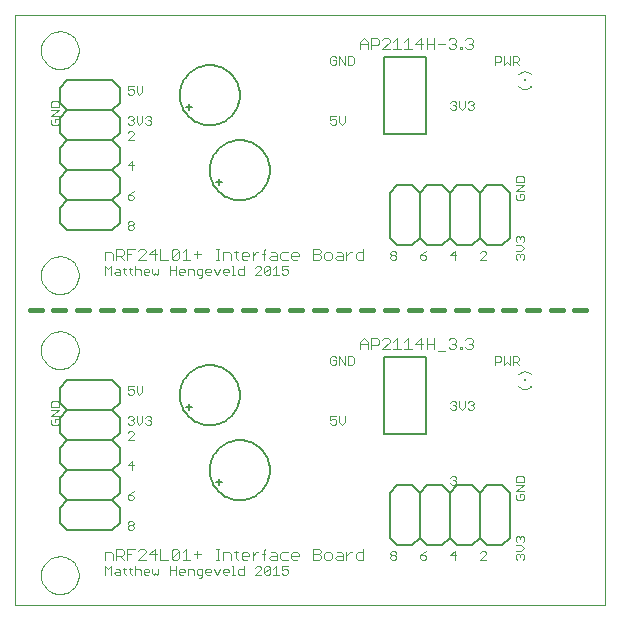
<source format=gto>
G75*
%MOIN*%
%OFA0B0*%
%FSLAX24Y24*%
%IPPOS*%
%LPD*%
%AMOC8*
5,1,8,0,0,1.08239X$1,22.5*
%
%ADD10C,0.0000*%
%ADD11C,0.0160*%
%ADD12C,0.0030*%
%ADD13C,0.0060*%
%ADD14C,0.0080*%
%ADD15C,0.0040*%
%ADD16R,0.0079X0.0079*%
%ADD17R,0.0059X0.0098*%
D10*
X000100Y000100D02*
X000100Y019785D01*
X019785Y019785D01*
X019785Y000100D01*
X000100Y000100D01*
X000970Y001100D02*
X000972Y001150D01*
X000978Y001200D01*
X000988Y001249D01*
X001002Y001297D01*
X001019Y001344D01*
X001040Y001389D01*
X001065Y001433D01*
X001093Y001474D01*
X001125Y001513D01*
X001159Y001550D01*
X001196Y001584D01*
X001236Y001614D01*
X001278Y001641D01*
X001322Y001665D01*
X001368Y001686D01*
X001415Y001702D01*
X001463Y001715D01*
X001513Y001724D01*
X001562Y001729D01*
X001613Y001730D01*
X001663Y001727D01*
X001712Y001720D01*
X001761Y001709D01*
X001809Y001694D01*
X001855Y001676D01*
X001900Y001654D01*
X001943Y001628D01*
X001984Y001599D01*
X002023Y001567D01*
X002059Y001532D01*
X002091Y001494D01*
X002121Y001454D01*
X002148Y001411D01*
X002171Y001367D01*
X002190Y001321D01*
X002206Y001273D01*
X002218Y001224D01*
X002226Y001175D01*
X002230Y001125D01*
X002230Y001075D01*
X002226Y001025D01*
X002218Y000976D01*
X002206Y000927D01*
X002190Y000879D01*
X002171Y000833D01*
X002148Y000789D01*
X002121Y000746D01*
X002091Y000706D01*
X002059Y000668D01*
X002023Y000633D01*
X001984Y000601D01*
X001943Y000572D01*
X001900Y000546D01*
X001855Y000524D01*
X001809Y000506D01*
X001761Y000491D01*
X001712Y000480D01*
X001663Y000473D01*
X001613Y000470D01*
X001562Y000471D01*
X001513Y000476D01*
X001463Y000485D01*
X001415Y000498D01*
X001368Y000514D01*
X001322Y000535D01*
X001278Y000559D01*
X001236Y000586D01*
X001196Y000616D01*
X001159Y000650D01*
X001125Y000687D01*
X001093Y000726D01*
X001065Y000767D01*
X001040Y000811D01*
X001019Y000856D01*
X001002Y000903D01*
X000988Y000951D01*
X000978Y001000D01*
X000972Y001050D01*
X000970Y001100D01*
X000970Y008600D02*
X000972Y008650D01*
X000978Y008700D01*
X000988Y008749D01*
X001002Y008797D01*
X001019Y008844D01*
X001040Y008889D01*
X001065Y008933D01*
X001093Y008974D01*
X001125Y009013D01*
X001159Y009050D01*
X001196Y009084D01*
X001236Y009114D01*
X001278Y009141D01*
X001322Y009165D01*
X001368Y009186D01*
X001415Y009202D01*
X001463Y009215D01*
X001513Y009224D01*
X001562Y009229D01*
X001613Y009230D01*
X001663Y009227D01*
X001712Y009220D01*
X001761Y009209D01*
X001809Y009194D01*
X001855Y009176D01*
X001900Y009154D01*
X001943Y009128D01*
X001984Y009099D01*
X002023Y009067D01*
X002059Y009032D01*
X002091Y008994D01*
X002121Y008954D01*
X002148Y008911D01*
X002171Y008867D01*
X002190Y008821D01*
X002206Y008773D01*
X002218Y008724D01*
X002226Y008675D01*
X002230Y008625D01*
X002230Y008575D01*
X002226Y008525D01*
X002218Y008476D01*
X002206Y008427D01*
X002190Y008379D01*
X002171Y008333D01*
X002148Y008289D01*
X002121Y008246D01*
X002091Y008206D01*
X002059Y008168D01*
X002023Y008133D01*
X001984Y008101D01*
X001943Y008072D01*
X001900Y008046D01*
X001855Y008024D01*
X001809Y008006D01*
X001761Y007991D01*
X001712Y007980D01*
X001663Y007973D01*
X001613Y007970D01*
X001562Y007971D01*
X001513Y007976D01*
X001463Y007985D01*
X001415Y007998D01*
X001368Y008014D01*
X001322Y008035D01*
X001278Y008059D01*
X001236Y008086D01*
X001196Y008116D01*
X001159Y008150D01*
X001125Y008187D01*
X001093Y008226D01*
X001065Y008267D01*
X001040Y008311D01*
X001019Y008356D01*
X001002Y008403D01*
X000988Y008451D01*
X000978Y008500D01*
X000972Y008550D01*
X000970Y008600D01*
X000970Y011100D02*
X000972Y011150D01*
X000978Y011200D01*
X000988Y011249D01*
X001002Y011297D01*
X001019Y011344D01*
X001040Y011389D01*
X001065Y011433D01*
X001093Y011474D01*
X001125Y011513D01*
X001159Y011550D01*
X001196Y011584D01*
X001236Y011614D01*
X001278Y011641D01*
X001322Y011665D01*
X001368Y011686D01*
X001415Y011702D01*
X001463Y011715D01*
X001513Y011724D01*
X001562Y011729D01*
X001613Y011730D01*
X001663Y011727D01*
X001712Y011720D01*
X001761Y011709D01*
X001809Y011694D01*
X001855Y011676D01*
X001900Y011654D01*
X001943Y011628D01*
X001984Y011599D01*
X002023Y011567D01*
X002059Y011532D01*
X002091Y011494D01*
X002121Y011454D01*
X002148Y011411D01*
X002171Y011367D01*
X002190Y011321D01*
X002206Y011273D01*
X002218Y011224D01*
X002226Y011175D01*
X002230Y011125D01*
X002230Y011075D01*
X002226Y011025D01*
X002218Y010976D01*
X002206Y010927D01*
X002190Y010879D01*
X002171Y010833D01*
X002148Y010789D01*
X002121Y010746D01*
X002091Y010706D01*
X002059Y010668D01*
X002023Y010633D01*
X001984Y010601D01*
X001943Y010572D01*
X001900Y010546D01*
X001855Y010524D01*
X001809Y010506D01*
X001761Y010491D01*
X001712Y010480D01*
X001663Y010473D01*
X001613Y010470D01*
X001562Y010471D01*
X001513Y010476D01*
X001463Y010485D01*
X001415Y010498D01*
X001368Y010514D01*
X001322Y010535D01*
X001278Y010559D01*
X001236Y010586D01*
X001196Y010616D01*
X001159Y010650D01*
X001125Y010687D01*
X001093Y010726D01*
X001065Y010767D01*
X001040Y010811D01*
X001019Y010856D01*
X001002Y010903D01*
X000988Y010951D01*
X000978Y011000D01*
X000972Y011050D01*
X000970Y011100D01*
X000970Y018600D02*
X000972Y018650D01*
X000978Y018700D01*
X000988Y018749D01*
X001002Y018797D01*
X001019Y018844D01*
X001040Y018889D01*
X001065Y018933D01*
X001093Y018974D01*
X001125Y019013D01*
X001159Y019050D01*
X001196Y019084D01*
X001236Y019114D01*
X001278Y019141D01*
X001322Y019165D01*
X001368Y019186D01*
X001415Y019202D01*
X001463Y019215D01*
X001513Y019224D01*
X001562Y019229D01*
X001613Y019230D01*
X001663Y019227D01*
X001712Y019220D01*
X001761Y019209D01*
X001809Y019194D01*
X001855Y019176D01*
X001900Y019154D01*
X001943Y019128D01*
X001984Y019099D01*
X002023Y019067D01*
X002059Y019032D01*
X002091Y018994D01*
X002121Y018954D01*
X002148Y018911D01*
X002171Y018867D01*
X002190Y018821D01*
X002206Y018773D01*
X002218Y018724D01*
X002226Y018675D01*
X002230Y018625D01*
X002230Y018575D01*
X002226Y018525D01*
X002218Y018476D01*
X002206Y018427D01*
X002190Y018379D01*
X002171Y018333D01*
X002148Y018289D01*
X002121Y018246D01*
X002091Y018206D01*
X002059Y018168D01*
X002023Y018133D01*
X001984Y018101D01*
X001943Y018072D01*
X001900Y018046D01*
X001855Y018024D01*
X001809Y018006D01*
X001761Y017991D01*
X001712Y017980D01*
X001663Y017973D01*
X001613Y017970D01*
X001562Y017971D01*
X001513Y017976D01*
X001463Y017985D01*
X001415Y017998D01*
X001368Y018014D01*
X001322Y018035D01*
X001278Y018059D01*
X001236Y018086D01*
X001196Y018116D01*
X001159Y018150D01*
X001125Y018187D01*
X001093Y018226D01*
X001065Y018267D01*
X001040Y018311D01*
X001019Y018356D01*
X001002Y018403D01*
X000988Y018451D01*
X000978Y018500D01*
X000972Y018550D01*
X000970Y018600D01*
D11*
X000996Y009943D02*
X000600Y009943D01*
X001389Y009943D02*
X001785Y009943D01*
X002179Y009943D02*
X002574Y009943D01*
X002968Y009943D02*
X003364Y009943D01*
X003757Y009943D02*
X004153Y009943D01*
X004547Y009943D02*
X004942Y009943D01*
X005336Y009943D02*
X005732Y009943D01*
X006125Y009943D02*
X006521Y009943D01*
X006915Y009943D02*
X007310Y009943D01*
X007704Y009943D02*
X008100Y009943D01*
X008493Y009943D02*
X008889Y009943D01*
X009283Y009943D02*
X009678Y009943D01*
X010072Y009943D02*
X010467Y009943D01*
X010861Y009943D02*
X011257Y009943D01*
X011650Y009943D02*
X012046Y009943D01*
X012440Y009943D02*
X012835Y009943D01*
X013229Y009943D02*
X013625Y009943D01*
X014018Y009943D02*
X014414Y009943D01*
X014808Y009943D02*
X015203Y009943D01*
X015597Y009943D02*
X015993Y009943D01*
X016386Y009943D02*
X016782Y009943D01*
X017176Y009943D02*
X017571Y009943D01*
X017965Y009943D02*
X018361Y009943D01*
X018754Y009943D02*
X019150Y009943D01*
D12*
X017085Y011663D02*
X017037Y011615D01*
X017085Y011663D02*
X017085Y011760D01*
X017037Y011808D01*
X016988Y011808D01*
X016940Y011760D01*
X016940Y011712D01*
X016940Y011760D02*
X016892Y011808D01*
X016843Y011808D01*
X016795Y011760D01*
X016795Y011663D01*
X016843Y011615D01*
X016795Y011910D02*
X016988Y011910D01*
X017085Y012006D01*
X016988Y012103D01*
X016795Y012103D01*
X016843Y012204D02*
X016795Y012253D01*
X016795Y012349D01*
X016843Y012398D01*
X016892Y012398D01*
X016940Y012349D01*
X016988Y012398D01*
X017037Y012398D01*
X017085Y012349D01*
X017085Y012253D01*
X017037Y012204D01*
X016940Y012301D02*
X016940Y012349D01*
X015808Y011857D02*
X015760Y011905D01*
X015663Y011905D01*
X015615Y011857D01*
X015808Y011857D02*
X015808Y011808D01*
X015615Y011615D01*
X015808Y011615D01*
X014808Y011760D02*
X014615Y011760D01*
X014760Y011905D01*
X014760Y011615D01*
X013808Y011663D02*
X013808Y011712D01*
X013760Y011760D01*
X013615Y011760D01*
X013615Y011663D01*
X013663Y011615D01*
X013760Y011615D01*
X013808Y011663D01*
X013712Y011857D02*
X013615Y011760D01*
X013712Y011857D02*
X013808Y011905D01*
X012808Y011857D02*
X012808Y011808D01*
X012760Y011760D01*
X012663Y011760D01*
X012615Y011808D01*
X012615Y011857D01*
X012663Y011905D01*
X012760Y011905D01*
X012808Y011857D01*
X012760Y011760D02*
X012808Y011712D01*
X012808Y011663D01*
X012760Y011615D01*
X012663Y011615D01*
X012615Y011663D01*
X012615Y011712D01*
X012663Y011760D01*
X011710Y011862D02*
X011525Y011862D01*
X011463Y011800D01*
X011463Y011677D01*
X011525Y011615D01*
X011710Y011615D01*
X011710Y011985D01*
X011342Y011862D02*
X011280Y011862D01*
X011157Y011738D01*
X011035Y011738D02*
X010850Y011738D01*
X010788Y011677D01*
X010850Y011615D01*
X011035Y011615D01*
X011035Y011800D01*
X010973Y011862D01*
X010850Y011862D01*
X010667Y011800D02*
X010667Y011677D01*
X010605Y011615D01*
X010482Y011615D01*
X010420Y011677D01*
X010420Y011800D01*
X010482Y011862D01*
X010605Y011862D01*
X010667Y011800D01*
X010298Y011738D02*
X010298Y011677D01*
X010237Y011615D01*
X010052Y011615D01*
X010052Y011985D01*
X010237Y011985D01*
X010298Y011924D01*
X010298Y011862D01*
X010237Y011800D01*
X010052Y011800D01*
X010237Y011800D02*
X010298Y011738D01*
X009562Y011738D02*
X009315Y011738D01*
X009315Y011677D02*
X009315Y011800D01*
X009377Y011862D01*
X009500Y011862D01*
X009562Y011800D01*
X009562Y011738D01*
X009500Y011615D02*
X009377Y011615D01*
X009315Y011677D01*
X009194Y011615D02*
X009008Y011615D01*
X008947Y011677D01*
X008947Y011800D01*
X009008Y011862D01*
X009194Y011862D01*
X008825Y011800D02*
X008825Y011615D01*
X008640Y011615D01*
X008578Y011677D01*
X008640Y011738D01*
X008825Y011738D01*
X008825Y011800D02*
X008763Y011862D01*
X008640Y011862D01*
X008456Y011800D02*
X008333Y011800D01*
X008211Y011862D02*
X008149Y011862D01*
X008026Y011738D01*
X007904Y011738D02*
X007658Y011738D01*
X007658Y011677D02*
X007658Y011800D01*
X007719Y011862D01*
X007843Y011862D01*
X007904Y011800D01*
X007904Y011738D01*
X007843Y011615D02*
X007719Y011615D01*
X007658Y011677D01*
X007535Y011615D02*
X007474Y011677D01*
X007474Y011924D01*
X007535Y011862D02*
X007412Y011862D01*
X007291Y011800D02*
X007291Y011615D01*
X007291Y011800D02*
X007229Y011862D01*
X007044Y011862D01*
X007044Y011615D01*
X006922Y011615D02*
X006798Y011615D01*
X006860Y011615D02*
X006860Y011985D01*
X006798Y011985D02*
X006922Y011985D01*
X006308Y011800D02*
X006062Y011800D01*
X006185Y011677D02*
X006185Y011924D01*
X005817Y011985D02*
X005817Y011615D01*
X005940Y011615D02*
X005693Y011615D01*
X005572Y011677D02*
X005510Y011615D01*
X005387Y011615D01*
X005325Y011677D01*
X005572Y011924D01*
X005572Y011677D01*
X005693Y011862D02*
X005817Y011985D01*
X005572Y011924D02*
X005510Y011985D01*
X005387Y011985D01*
X005325Y011924D01*
X005325Y011677D01*
X005203Y011615D02*
X004957Y011615D01*
X004957Y011985D01*
X004773Y011985D02*
X004588Y011800D01*
X004835Y011800D01*
X004773Y011615D02*
X004773Y011985D01*
X004467Y011924D02*
X004405Y011985D01*
X004282Y011985D01*
X004220Y011924D01*
X004099Y011985D02*
X003852Y011985D01*
X003852Y011615D01*
X003730Y011615D02*
X003607Y011738D01*
X003668Y011738D02*
X003483Y011738D01*
X003483Y011615D02*
X003483Y011985D01*
X003668Y011985D01*
X003730Y011924D01*
X003730Y011800D01*
X003668Y011738D01*
X003852Y011800D02*
X003975Y011800D01*
X004220Y011615D02*
X004467Y011862D01*
X004467Y011924D01*
X004467Y011615D02*
X004220Y011615D01*
X004097Y011405D02*
X004097Y011115D01*
X003997Y011115D02*
X003949Y011163D01*
X003949Y011357D01*
X003901Y011308D02*
X003997Y011308D01*
X004097Y011260D02*
X004146Y011308D01*
X004242Y011308D01*
X004291Y011260D01*
X004291Y011115D01*
X004392Y011163D02*
X004392Y011260D01*
X004440Y011308D01*
X004537Y011308D01*
X004585Y011260D01*
X004585Y011212D01*
X004392Y011212D01*
X004392Y011163D02*
X004440Y011115D01*
X004537Y011115D01*
X004686Y011163D02*
X004735Y011115D01*
X004783Y011163D01*
X004832Y011115D01*
X004880Y011163D01*
X004880Y011308D01*
X004686Y011308D02*
X004686Y011163D01*
X005276Y011115D02*
X005276Y011405D01*
X005276Y011260D02*
X005469Y011260D01*
X005570Y011260D02*
X005619Y011308D01*
X005716Y011308D01*
X005764Y011260D01*
X005764Y011212D01*
X005570Y011212D01*
X005570Y011260D02*
X005570Y011163D01*
X005619Y011115D01*
X005716Y011115D01*
X005865Y011115D02*
X005865Y011308D01*
X006010Y011308D01*
X006059Y011260D01*
X006059Y011115D01*
X006160Y011163D02*
X006208Y011115D01*
X006353Y011115D01*
X006353Y011067D02*
X006353Y011308D01*
X006208Y011308D01*
X006160Y011260D01*
X006160Y011163D01*
X006256Y011018D02*
X006305Y011018D01*
X006353Y011067D01*
X006454Y011163D02*
X006454Y011260D01*
X006503Y011308D01*
X006600Y011308D01*
X006648Y011260D01*
X006648Y011212D01*
X006454Y011212D01*
X006454Y011163D02*
X006503Y011115D01*
X006600Y011115D01*
X006749Y011308D02*
X006846Y011115D01*
X006943Y011308D01*
X007044Y011260D02*
X007092Y011308D01*
X007189Y011308D01*
X007237Y011260D01*
X007237Y011212D01*
X007044Y011212D01*
X007044Y011260D02*
X007044Y011163D01*
X007092Y011115D01*
X007189Y011115D01*
X007338Y011115D02*
X007435Y011115D01*
X007387Y011115D02*
X007387Y011405D01*
X007338Y011405D01*
X007535Y011260D02*
X007583Y011308D01*
X007728Y011308D01*
X007728Y011405D02*
X007728Y011115D01*
X007583Y011115D01*
X007535Y011163D01*
X007535Y011260D01*
X008124Y011357D02*
X008172Y011405D01*
X008269Y011405D01*
X008318Y011357D01*
X008318Y011308D01*
X008124Y011115D01*
X008318Y011115D01*
X008419Y011163D02*
X008612Y011357D01*
X008612Y011163D01*
X008564Y011115D01*
X008467Y011115D01*
X008419Y011163D01*
X008419Y011357D01*
X008467Y011405D01*
X008564Y011405D01*
X008612Y011357D01*
X008713Y011308D02*
X008810Y011405D01*
X008810Y011115D01*
X008713Y011115D02*
X008907Y011115D01*
X009008Y011163D02*
X009056Y011115D01*
X009153Y011115D01*
X009202Y011163D01*
X009202Y011260D01*
X009153Y011308D01*
X009105Y011308D01*
X009008Y011260D01*
X009008Y011405D01*
X009202Y011405D01*
X008395Y011615D02*
X008395Y011924D01*
X008456Y011985D01*
X008026Y011862D02*
X008026Y011615D01*
X005469Y011405D02*
X005469Y011115D01*
X003801Y011115D02*
X003753Y011163D01*
X003753Y011357D01*
X003801Y011308D02*
X003704Y011308D01*
X003603Y011260D02*
X003603Y011115D01*
X003458Y011115D01*
X003410Y011163D01*
X003458Y011212D01*
X003603Y011212D01*
X003603Y011260D02*
X003555Y011308D01*
X003458Y011308D01*
X003308Y011405D02*
X003308Y011115D01*
X003115Y011115D02*
X003115Y011405D01*
X003212Y011308D01*
X003308Y011405D01*
X003362Y011615D02*
X003362Y011800D01*
X003300Y011862D01*
X003115Y011862D01*
X003115Y011615D01*
X003913Y012615D02*
X003865Y012663D01*
X003865Y012712D01*
X003913Y012760D01*
X004010Y012760D01*
X004058Y012712D01*
X004058Y012663D01*
X004010Y012615D01*
X003913Y012615D01*
X003913Y012760D02*
X003865Y012808D01*
X003865Y012857D01*
X003913Y012905D01*
X004010Y012905D01*
X004058Y012857D01*
X004058Y012808D01*
X004010Y012760D01*
X004010Y013615D02*
X003913Y013615D01*
X003865Y013663D01*
X003865Y013760D01*
X004010Y013760D01*
X004058Y013712D01*
X004058Y013663D01*
X004010Y013615D01*
X003865Y013760D02*
X003962Y013857D01*
X004058Y013905D01*
X004010Y014615D02*
X004010Y014905D01*
X003865Y014760D01*
X004058Y014760D01*
X004058Y015615D02*
X003865Y015615D01*
X004058Y015808D01*
X004058Y015857D01*
X004010Y015905D01*
X003913Y015905D01*
X003865Y015857D01*
X003913Y016115D02*
X003865Y016163D01*
X003913Y016115D02*
X004010Y016115D01*
X004058Y016163D01*
X004058Y016212D01*
X004010Y016260D01*
X003962Y016260D01*
X004010Y016260D02*
X004058Y016308D01*
X004058Y016357D01*
X004010Y016405D01*
X003913Y016405D01*
X003865Y016357D01*
X004160Y016405D02*
X004160Y016212D01*
X004256Y016115D01*
X004353Y016212D01*
X004353Y016405D01*
X004454Y016357D02*
X004503Y016405D01*
X004599Y016405D01*
X004648Y016357D01*
X004648Y016308D01*
X004599Y016260D01*
X004648Y016212D01*
X004648Y016163D01*
X004599Y016115D01*
X004503Y016115D01*
X004454Y016163D01*
X004551Y016260D02*
X004599Y016260D01*
X004256Y017115D02*
X004160Y017212D01*
X004160Y017405D01*
X004058Y017405D02*
X003865Y017405D01*
X003865Y017260D01*
X003962Y017308D01*
X004010Y017308D01*
X004058Y017260D01*
X004058Y017163D01*
X004010Y017115D01*
X003913Y017115D01*
X003865Y017163D01*
X004256Y017115D02*
X004353Y017212D01*
X004353Y017405D01*
X001585Y016849D02*
X001537Y016898D01*
X001343Y016898D01*
X001295Y016849D01*
X001295Y016704D01*
X001585Y016704D01*
X001585Y016849D01*
X001585Y016603D02*
X001295Y016603D01*
X001295Y016410D02*
X001585Y016603D01*
X001585Y016410D02*
X001295Y016410D01*
X001343Y016308D02*
X001295Y016260D01*
X001295Y016163D01*
X001343Y016115D01*
X001537Y016115D01*
X001585Y016163D01*
X001585Y016260D01*
X001537Y016308D01*
X001440Y016308D01*
X001440Y016212D01*
X003865Y007405D02*
X003865Y007260D01*
X003962Y007308D01*
X004010Y007308D01*
X004058Y007260D01*
X004058Y007163D01*
X004010Y007115D01*
X003913Y007115D01*
X003865Y007163D01*
X003865Y007405D02*
X004058Y007405D01*
X004160Y007405D02*
X004160Y007212D01*
X004256Y007115D01*
X004353Y007212D01*
X004353Y007405D01*
X004353Y006405D02*
X004353Y006212D01*
X004256Y006115D01*
X004160Y006212D01*
X004160Y006405D01*
X004058Y006357D02*
X004010Y006405D01*
X003913Y006405D01*
X003865Y006357D01*
X003962Y006260D02*
X004010Y006260D01*
X004058Y006212D01*
X004058Y006163D01*
X004010Y006115D01*
X003913Y006115D01*
X003865Y006163D01*
X004010Y006260D02*
X004058Y006308D01*
X004058Y006357D01*
X004454Y006357D02*
X004503Y006405D01*
X004599Y006405D01*
X004648Y006357D01*
X004648Y006308D01*
X004599Y006260D01*
X004648Y006212D01*
X004648Y006163D01*
X004599Y006115D01*
X004503Y006115D01*
X004454Y006163D01*
X004551Y006260D02*
X004599Y006260D01*
X004058Y005857D02*
X004010Y005905D01*
X003913Y005905D01*
X003865Y005857D01*
X004058Y005857D02*
X004058Y005808D01*
X003865Y005615D01*
X004058Y005615D01*
X004010Y004905D02*
X003865Y004760D01*
X004058Y004760D01*
X004010Y004615D02*
X004010Y004905D01*
X004058Y003905D02*
X003962Y003857D01*
X003865Y003760D01*
X004010Y003760D01*
X004058Y003712D01*
X004058Y003663D01*
X004010Y003615D01*
X003913Y003615D01*
X003865Y003663D01*
X003865Y003760D01*
X003913Y002905D02*
X004010Y002905D01*
X004058Y002857D01*
X004058Y002808D01*
X004010Y002760D01*
X003913Y002760D01*
X003865Y002808D01*
X003865Y002857D01*
X003913Y002905D01*
X003913Y002760D02*
X003865Y002712D01*
X003865Y002663D01*
X003913Y002615D01*
X004010Y002615D01*
X004058Y002663D01*
X004058Y002712D01*
X004010Y002760D01*
X004099Y001985D02*
X003852Y001985D01*
X003852Y001615D01*
X003730Y001615D02*
X003607Y001738D01*
X003668Y001738D02*
X003483Y001738D01*
X003483Y001615D02*
X003483Y001985D01*
X003668Y001985D01*
X003730Y001924D01*
X003730Y001800D01*
X003668Y001738D01*
X003852Y001800D02*
X003975Y001800D01*
X004220Y001924D02*
X004282Y001985D01*
X004405Y001985D01*
X004467Y001924D01*
X004467Y001862D01*
X004220Y001615D01*
X004467Y001615D01*
X004588Y001800D02*
X004835Y001800D01*
X004773Y001615D02*
X004773Y001985D01*
X004588Y001800D01*
X004957Y001615D02*
X005203Y001615D01*
X005325Y001677D02*
X005572Y001924D01*
X005572Y001677D01*
X005510Y001615D01*
X005387Y001615D01*
X005325Y001677D01*
X005325Y001924D01*
X005387Y001985D01*
X005510Y001985D01*
X005572Y001924D01*
X005693Y001862D02*
X005817Y001985D01*
X005817Y001615D01*
X005940Y001615D02*
X005693Y001615D01*
X005469Y001405D02*
X005469Y001115D01*
X005570Y001163D02*
X005570Y001260D01*
X005619Y001308D01*
X005716Y001308D01*
X005764Y001260D01*
X005764Y001212D01*
X005570Y001212D01*
X005570Y001163D02*
X005619Y001115D01*
X005716Y001115D01*
X005865Y001115D02*
X005865Y001308D01*
X006010Y001308D01*
X006059Y001260D01*
X006059Y001115D01*
X006160Y001163D02*
X006208Y001115D01*
X006353Y001115D01*
X006353Y001067D02*
X006353Y001308D01*
X006208Y001308D01*
X006160Y001260D01*
X006160Y001163D01*
X006256Y001018D02*
X006305Y001018D01*
X006353Y001067D01*
X006454Y001163D02*
X006454Y001260D01*
X006503Y001308D01*
X006600Y001308D01*
X006648Y001260D01*
X006648Y001212D01*
X006454Y001212D01*
X006454Y001163D02*
X006503Y001115D01*
X006600Y001115D01*
X006749Y001308D02*
X006846Y001115D01*
X006943Y001308D01*
X007044Y001260D02*
X007044Y001163D01*
X007092Y001115D01*
X007189Y001115D01*
X007237Y001212D02*
X007044Y001212D01*
X007044Y001260D02*
X007092Y001308D01*
X007189Y001308D01*
X007237Y001260D01*
X007237Y001212D01*
X007338Y001115D02*
X007435Y001115D01*
X007387Y001115D02*
X007387Y001405D01*
X007338Y001405D01*
X007291Y001615D02*
X007291Y001800D01*
X007229Y001862D01*
X007044Y001862D01*
X007044Y001615D01*
X006922Y001615D02*
X006798Y001615D01*
X006860Y001615D02*
X006860Y001985D01*
X006798Y001985D02*
X006922Y001985D01*
X007412Y001862D02*
X007535Y001862D01*
X007474Y001924D02*
X007474Y001677D01*
X007535Y001615D01*
X007658Y001677D02*
X007658Y001800D01*
X007719Y001862D01*
X007843Y001862D01*
X007904Y001800D01*
X007904Y001738D01*
X007658Y001738D01*
X007658Y001677D02*
X007719Y001615D01*
X007843Y001615D01*
X008026Y001615D02*
X008026Y001862D01*
X008149Y001862D02*
X008211Y001862D01*
X008149Y001862D02*
X008026Y001738D01*
X008333Y001800D02*
X008456Y001800D01*
X008395Y001924D02*
X008456Y001985D01*
X008395Y001924D02*
X008395Y001615D01*
X008578Y001677D02*
X008640Y001738D01*
X008825Y001738D01*
X008825Y001800D02*
X008825Y001615D01*
X008640Y001615D01*
X008578Y001677D01*
X008640Y001862D02*
X008763Y001862D01*
X008825Y001800D01*
X008947Y001800D02*
X008947Y001677D01*
X009008Y001615D01*
X009194Y001615D01*
X009315Y001677D02*
X009315Y001800D01*
X009377Y001862D01*
X009500Y001862D01*
X009562Y001800D01*
X009562Y001738D01*
X009315Y001738D01*
X009315Y001677D02*
X009377Y001615D01*
X009500Y001615D01*
X009202Y001405D02*
X009008Y001405D01*
X009008Y001260D01*
X009105Y001308D01*
X009153Y001308D01*
X009202Y001260D01*
X009202Y001163D01*
X009153Y001115D01*
X009056Y001115D01*
X009008Y001163D01*
X008907Y001115D02*
X008713Y001115D01*
X008810Y001115D02*
X008810Y001405D01*
X008713Y001308D01*
X008612Y001357D02*
X008419Y001163D01*
X008467Y001115D01*
X008564Y001115D01*
X008612Y001163D01*
X008612Y001357D01*
X008564Y001405D01*
X008467Y001405D01*
X008419Y001357D01*
X008419Y001163D01*
X008318Y001115D02*
X008124Y001115D01*
X008318Y001308D01*
X008318Y001357D01*
X008269Y001405D01*
X008172Y001405D01*
X008124Y001357D01*
X007728Y001405D02*
X007728Y001115D01*
X007583Y001115D01*
X007535Y001163D01*
X007535Y001260D01*
X007583Y001308D01*
X007728Y001308D01*
X008947Y001800D02*
X009008Y001862D01*
X009194Y001862D01*
X010052Y001800D02*
X010237Y001800D01*
X010298Y001738D01*
X010298Y001677D01*
X010237Y001615D01*
X010052Y001615D01*
X010052Y001985D01*
X010237Y001985D01*
X010298Y001924D01*
X010298Y001862D01*
X010237Y001800D01*
X010420Y001800D02*
X010420Y001677D01*
X010482Y001615D01*
X010605Y001615D01*
X010667Y001677D01*
X010667Y001800D01*
X010605Y001862D01*
X010482Y001862D01*
X010420Y001800D01*
X010788Y001677D02*
X010850Y001738D01*
X011035Y001738D01*
X011035Y001800D02*
X011035Y001615D01*
X010850Y001615D01*
X010788Y001677D01*
X010850Y001862D02*
X010973Y001862D01*
X011035Y001800D01*
X011157Y001738D02*
X011280Y001862D01*
X011342Y001862D01*
X011463Y001800D02*
X011525Y001862D01*
X011710Y001862D01*
X011710Y001985D02*
X011710Y001615D01*
X011525Y001615D01*
X011463Y001677D01*
X011463Y001800D01*
X011157Y001862D02*
X011157Y001615D01*
X012615Y001663D02*
X012615Y001712D01*
X012663Y001760D01*
X012760Y001760D01*
X012808Y001712D01*
X012808Y001663D01*
X012760Y001615D01*
X012663Y001615D01*
X012615Y001663D01*
X012663Y001760D02*
X012615Y001808D01*
X012615Y001857D01*
X012663Y001905D01*
X012760Y001905D01*
X012808Y001857D01*
X012808Y001808D01*
X012760Y001760D01*
X013615Y001760D02*
X013760Y001760D01*
X013808Y001712D01*
X013808Y001663D01*
X013760Y001615D01*
X013663Y001615D01*
X013615Y001663D01*
X013615Y001760D01*
X013712Y001857D01*
X013808Y001905D01*
X014615Y001760D02*
X014808Y001760D01*
X014760Y001615D02*
X014760Y001905D01*
X014615Y001760D01*
X015615Y001857D02*
X015663Y001905D01*
X015760Y001905D01*
X015808Y001857D01*
X015808Y001808D01*
X015615Y001615D01*
X015808Y001615D01*
X016795Y001663D02*
X016795Y001760D01*
X016843Y001808D01*
X016892Y001808D01*
X016940Y001760D01*
X016988Y001808D01*
X017037Y001808D01*
X017085Y001760D01*
X017085Y001663D01*
X017037Y001615D01*
X016940Y001712D02*
X016940Y001760D01*
X016988Y001910D02*
X016795Y001910D01*
X016795Y002103D02*
X016988Y002103D01*
X017085Y002006D01*
X016988Y001910D01*
X016795Y001663D02*
X016843Y001615D01*
X016843Y002204D02*
X016795Y002253D01*
X016795Y002349D01*
X016843Y002398D01*
X016892Y002398D01*
X016940Y002349D01*
X016988Y002398D01*
X017037Y002398D01*
X017085Y002349D01*
X017085Y002253D01*
X017037Y002204D01*
X016940Y002301D02*
X016940Y002349D01*
X016843Y003615D02*
X017037Y003615D01*
X017085Y003663D01*
X017085Y003760D01*
X017037Y003808D01*
X016940Y003808D01*
X016940Y003712D01*
X016843Y003808D02*
X016795Y003760D01*
X016795Y003663D01*
X016843Y003615D01*
X016795Y003910D02*
X017085Y004103D01*
X016795Y004103D01*
X016795Y004204D02*
X016795Y004349D01*
X016843Y004398D01*
X017037Y004398D01*
X017085Y004349D01*
X017085Y004204D01*
X016795Y004204D01*
X016795Y003910D02*
X017085Y003910D01*
X014808Y004163D02*
X014760Y004115D01*
X014663Y004115D01*
X014615Y004163D01*
X014712Y004260D02*
X014760Y004260D01*
X014808Y004212D01*
X014808Y004163D01*
X014760Y004260D02*
X014808Y004308D01*
X014808Y004357D01*
X014760Y004405D01*
X014663Y004405D01*
X014615Y004357D01*
X014663Y006615D02*
X014615Y006663D01*
X014663Y006615D02*
X014760Y006615D01*
X014808Y006663D01*
X014808Y006712D01*
X014760Y006760D01*
X014712Y006760D01*
X014760Y006760D02*
X014808Y006808D01*
X014808Y006857D01*
X014760Y006905D01*
X014663Y006905D01*
X014615Y006857D01*
X014910Y006905D02*
X014910Y006712D01*
X015006Y006615D01*
X015103Y006712D01*
X015103Y006905D01*
X015204Y006857D02*
X015253Y006905D01*
X015349Y006905D01*
X015398Y006857D01*
X015398Y006808D01*
X015349Y006760D01*
X015398Y006712D01*
X015398Y006663D01*
X015349Y006615D01*
X015253Y006615D01*
X015204Y006663D01*
X015301Y006760D02*
X015349Y006760D01*
X016115Y008115D02*
X016115Y008405D01*
X016260Y008405D01*
X016308Y008357D01*
X016308Y008260D01*
X016260Y008212D01*
X016115Y008212D01*
X016410Y008115D02*
X016506Y008212D01*
X016603Y008115D01*
X016603Y008405D01*
X016704Y008405D02*
X016849Y008405D01*
X016898Y008357D01*
X016898Y008260D01*
X016849Y008212D01*
X016704Y008212D01*
X016704Y008115D02*
X016704Y008405D01*
X016801Y008212D02*
X016898Y008115D01*
X016410Y008115D02*
X016410Y008405D01*
X015361Y008697D02*
X015299Y008635D01*
X015176Y008635D01*
X015114Y008697D01*
X014992Y008697D02*
X014992Y008635D01*
X014930Y008635D01*
X014930Y008697D01*
X014992Y008697D01*
X014808Y008697D02*
X014808Y008758D01*
X014747Y008820D01*
X014685Y008820D01*
X014747Y008820D02*
X014808Y008882D01*
X014808Y008944D01*
X014747Y009005D01*
X014623Y009005D01*
X014562Y008944D01*
X014562Y008697D02*
X014623Y008635D01*
X014747Y008635D01*
X014808Y008697D01*
X014440Y008573D02*
X014193Y008573D01*
X014072Y008635D02*
X014072Y009005D01*
X014072Y008820D02*
X013825Y008820D01*
X013703Y008820D02*
X013457Y008820D01*
X013642Y009005D01*
X013642Y008635D01*
X013825Y008635D02*
X013825Y009005D01*
X013335Y008635D02*
X013088Y008635D01*
X012967Y008635D02*
X012720Y008635D01*
X012599Y008635D02*
X012352Y008635D01*
X012599Y008882D01*
X012599Y008944D01*
X012537Y009005D01*
X012413Y009005D01*
X012352Y008944D01*
X012230Y008944D02*
X012168Y009005D01*
X011983Y009005D01*
X011983Y008635D01*
X011862Y008635D02*
X011862Y008882D01*
X011738Y009005D01*
X011615Y008882D01*
X011615Y008635D01*
X011615Y008820D02*
X011862Y008820D01*
X011983Y008758D02*
X012168Y008758D01*
X012230Y008820D01*
X012230Y008944D01*
X012720Y008882D02*
X012843Y009005D01*
X012843Y008635D01*
X013088Y008882D02*
X013212Y009005D01*
X013212Y008635D01*
X011398Y008357D02*
X011398Y008163D01*
X011349Y008115D01*
X011204Y008115D01*
X011204Y008405D01*
X011349Y008405D01*
X011398Y008357D01*
X011103Y008405D02*
X011103Y008115D01*
X010910Y008405D01*
X010910Y008115D01*
X010808Y008163D02*
X010760Y008115D01*
X010663Y008115D01*
X010615Y008163D01*
X010615Y008357D01*
X010663Y008405D01*
X010760Y008405D01*
X010808Y008357D01*
X010808Y008260D02*
X010712Y008260D01*
X010808Y008260D02*
X010808Y008163D01*
X010808Y006405D02*
X010615Y006405D01*
X010615Y006260D01*
X010712Y006308D01*
X010760Y006308D01*
X010808Y006260D01*
X010808Y006163D01*
X010760Y006115D01*
X010663Y006115D01*
X010615Y006163D01*
X010910Y006212D02*
X011006Y006115D01*
X011103Y006212D01*
X011103Y006405D01*
X010910Y006405D02*
X010910Y006212D01*
X015114Y008944D02*
X015176Y009005D01*
X015299Y009005D01*
X015361Y008944D01*
X015361Y008882D01*
X015299Y008820D01*
X015361Y008758D01*
X015361Y008697D01*
X015299Y008820D02*
X015237Y008820D01*
X011157Y011615D02*
X011157Y011862D01*
X011006Y016115D02*
X010910Y016212D01*
X010910Y016405D01*
X010808Y016405D02*
X010615Y016405D01*
X010615Y016260D01*
X010712Y016308D01*
X010760Y016308D01*
X010808Y016260D01*
X010808Y016163D01*
X010760Y016115D01*
X010663Y016115D01*
X010615Y016163D01*
X011006Y016115D02*
X011103Y016212D01*
X011103Y016405D01*
X011103Y018115D02*
X011103Y018405D01*
X011204Y018405D02*
X011204Y018115D01*
X011349Y018115D01*
X011398Y018163D01*
X011398Y018357D01*
X011349Y018405D01*
X011204Y018405D01*
X010910Y018405D02*
X011103Y018115D01*
X010910Y018115D02*
X010910Y018405D01*
X010808Y018357D02*
X010760Y018405D01*
X010663Y018405D01*
X010615Y018357D01*
X010615Y018163D01*
X010663Y018115D01*
X010760Y018115D01*
X010808Y018163D01*
X010808Y018260D01*
X010712Y018260D01*
X011615Y018635D02*
X011615Y018882D01*
X011738Y019005D01*
X011862Y018882D01*
X011862Y018635D01*
X011983Y018635D02*
X011983Y019005D01*
X012168Y019005D01*
X012230Y018944D01*
X012230Y018820D01*
X012168Y018758D01*
X011983Y018758D01*
X011862Y018820D02*
X011615Y018820D01*
X012352Y018944D02*
X012413Y019005D01*
X012537Y019005D01*
X012599Y018944D01*
X012599Y018882D01*
X012352Y018635D01*
X012599Y018635D01*
X012720Y018635D02*
X012967Y018635D01*
X013088Y018635D02*
X013335Y018635D01*
X013212Y018635D02*
X013212Y019005D01*
X013088Y018882D01*
X012843Y019005D02*
X012843Y018635D01*
X012720Y018882D02*
X012843Y019005D01*
X013457Y018820D02*
X013703Y018820D01*
X013825Y018820D02*
X014072Y018820D01*
X014193Y018820D02*
X014440Y018820D01*
X014562Y018697D02*
X014623Y018635D01*
X014747Y018635D01*
X014808Y018697D01*
X014808Y018758D01*
X014747Y018820D01*
X014685Y018820D01*
X014747Y018820D02*
X014808Y018882D01*
X014808Y018944D01*
X014747Y019005D01*
X014623Y019005D01*
X014562Y018944D01*
X014930Y018697D02*
X014930Y018635D01*
X014992Y018635D01*
X014992Y018697D01*
X014930Y018697D01*
X015114Y018697D02*
X015176Y018635D01*
X015299Y018635D01*
X015361Y018697D01*
X015361Y018758D01*
X015299Y018820D01*
X015237Y018820D01*
X015299Y018820D02*
X015361Y018882D01*
X015361Y018944D01*
X015299Y019005D01*
X015176Y019005D01*
X015114Y018944D01*
X016115Y018405D02*
X016115Y018115D01*
X016115Y018212D02*
X016260Y018212D01*
X016308Y018260D01*
X016308Y018357D01*
X016260Y018405D01*
X016115Y018405D01*
X016410Y018405D02*
X016410Y018115D01*
X016506Y018212D01*
X016603Y018115D01*
X016603Y018405D01*
X016704Y018405D02*
X016704Y018115D01*
X016704Y018212D02*
X016849Y018212D01*
X016898Y018260D01*
X016898Y018357D01*
X016849Y018405D01*
X016704Y018405D01*
X016801Y018212D02*
X016898Y018115D01*
X015398Y016857D02*
X015398Y016808D01*
X015349Y016760D01*
X015398Y016712D01*
X015398Y016663D01*
X015349Y016615D01*
X015253Y016615D01*
X015204Y016663D01*
X015103Y016712D02*
X015103Y016905D01*
X015204Y016857D02*
X015253Y016905D01*
X015349Y016905D01*
X015398Y016857D01*
X015349Y016760D02*
X015301Y016760D01*
X015103Y016712D02*
X015006Y016615D01*
X014910Y016712D01*
X014910Y016905D01*
X014808Y016857D02*
X014760Y016905D01*
X014663Y016905D01*
X014615Y016857D01*
X014712Y016760D02*
X014760Y016760D01*
X014808Y016712D01*
X014808Y016663D01*
X014760Y016615D01*
X014663Y016615D01*
X014615Y016663D01*
X014760Y016760D02*
X014808Y016808D01*
X014808Y016857D01*
X014072Y018635D02*
X014072Y019005D01*
X013825Y019005D02*
X013825Y018635D01*
X013642Y018635D02*
X013642Y019005D01*
X013457Y018820D01*
X016843Y014398D02*
X016795Y014349D01*
X016795Y014204D01*
X017085Y014204D01*
X017085Y014349D01*
X017037Y014398D01*
X016843Y014398D01*
X016795Y014103D02*
X017085Y014103D01*
X016795Y013910D01*
X017085Y013910D01*
X017037Y013808D02*
X016940Y013808D01*
X016940Y013712D01*
X017037Y013808D02*
X017085Y013760D01*
X017085Y013663D01*
X017037Y013615D01*
X016843Y013615D01*
X016795Y013663D01*
X016795Y013760D01*
X016843Y013808D01*
X006185Y001924D02*
X006185Y001677D01*
X006062Y001800D02*
X006308Y001800D01*
X005469Y001260D02*
X005276Y001260D01*
X005276Y001115D02*
X005276Y001405D01*
X004957Y001615D02*
X004957Y001985D01*
X004880Y001308D02*
X004880Y001163D01*
X004832Y001115D01*
X004783Y001163D01*
X004735Y001115D01*
X004686Y001163D01*
X004686Y001308D01*
X004585Y001260D02*
X004585Y001212D01*
X004392Y001212D01*
X004392Y001260D02*
X004440Y001308D01*
X004537Y001308D01*
X004585Y001260D01*
X004537Y001115D02*
X004440Y001115D01*
X004392Y001163D01*
X004392Y001260D01*
X004291Y001260D02*
X004291Y001115D01*
X004291Y001260D02*
X004242Y001308D01*
X004146Y001308D01*
X004097Y001260D01*
X003997Y001308D02*
X003901Y001308D01*
X003949Y001357D02*
X003949Y001163D01*
X003997Y001115D01*
X004097Y001115D02*
X004097Y001405D01*
X003801Y001308D02*
X003704Y001308D01*
X003753Y001357D02*
X003753Y001163D01*
X003801Y001115D01*
X003603Y001115D02*
X003603Y001260D01*
X003555Y001308D01*
X003458Y001308D01*
X003458Y001212D02*
X003603Y001212D01*
X003603Y001115D02*
X003458Y001115D01*
X003410Y001163D01*
X003458Y001212D01*
X003308Y001115D02*
X003308Y001405D01*
X003212Y001308D01*
X003115Y001405D01*
X003115Y001115D01*
X003115Y001615D02*
X003115Y001862D01*
X003300Y001862D01*
X003362Y001800D01*
X003362Y001615D01*
X001537Y006115D02*
X001343Y006115D01*
X001295Y006163D01*
X001295Y006260D01*
X001343Y006308D01*
X001440Y006308D02*
X001440Y006212D01*
X001440Y006308D02*
X001537Y006308D01*
X001585Y006260D01*
X001585Y006163D01*
X001537Y006115D01*
X001585Y006410D02*
X001295Y006410D01*
X001585Y006603D01*
X001295Y006603D01*
X001295Y006704D02*
X001295Y006849D01*
X001343Y006898D01*
X001537Y006898D01*
X001585Y006849D01*
X001585Y006704D01*
X001295Y006704D01*
D13*
X001600Y006850D02*
X001600Y007350D01*
X001850Y007600D01*
X003350Y007600D01*
X003600Y007350D01*
X003600Y006850D01*
X003350Y006600D01*
X001850Y006600D01*
X001600Y006850D01*
X001850Y006600D02*
X001600Y006350D01*
X001600Y005850D01*
X001850Y005600D01*
X003350Y005600D01*
X003600Y005850D01*
X003600Y006350D01*
X003350Y006600D01*
X003350Y005600D02*
X003600Y005350D01*
X003600Y004850D01*
X003350Y004600D01*
X001850Y004600D01*
X001600Y004850D01*
X001600Y005350D01*
X001850Y005600D01*
X001850Y004600D02*
X001600Y004350D01*
X001600Y003850D01*
X001850Y003600D01*
X003350Y003600D01*
X003600Y003850D01*
X003600Y004350D01*
X003350Y004600D01*
X003350Y003600D02*
X003600Y003350D01*
X003600Y002850D01*
X003350Y002600D01*
X001850Y002600D01*
X001600Y002850D01*
X001600Y003350D01*
X001850Y003600D01*
X005800Y006700D02*
X006000Y006700D01*
X005900Y006600D02*
X005900Y006800D01*
X005600Y007100D02*
X005602Y007163D01*
X005608Y007225D01*
X005618Y007287D01*
X005631Y007349D01*
X005649Y007409D01*
X005670Y007468D01*
X005695Y007526D01*
X005724Y007582D01*
X005756Y007636D01*
X005791Y007688D01*
X005829Y007737D01*
X005871Y007785D01*
X005915Y007829D01*
X005963Y007871D01*
X006012Y007909D01*
X006064Y007944D01*
X006118Y007976D01*
X006174Y008005D01*
X006232Y008030D01*
X006291Y008051D01*
X006351Y008069D01*
X006413Y008082D01*
X006475Y008092D01*
X006537Y008098D01*
X006600Y008100D01*
X006663Y008098D01*
X006725Y008092D01*
X006787Y008082D01*
X006849Y008069D01*
X006909Y008051D01*
X006968Y008030D01*
X007026Y008005D01*
X007082Y007976D01*
X007136Y007944D01*
X007188Y007909D01*
X007237Y007871D01*
X007285Y007829D01*
X007329Y007785D01*
X007371Y007737D01*
X007409Y007688D01*
X007444Y007636D01*
X007476Y007582D01*
X007505Y007526D01*
X007530Y007468D01*
X007551Y007409D01*
X007569Y007349D01*
X007582Y007287D01*
X007592Y007225D01*
X007598Y007163D01*
X007600Y007100D01*
X007598Y007037D01*
X007592Y006975D01*
X007582Y006913D01*
X007569Y006851D01*
X007551Y006791D01*
X007530Y006732D01*
X007505Y006674D01*
X007476Y006618D01*
X007444Y006564D01*
X007409Y006512D01*
X007371Y006463D01*
X007329Y006415D01*
X007285Y006371D01*
X007237Y006329D01*
X007188Y006291D01*
X007136Y006256D01*
X007082Y006224D01*
X007026Y006195D01*
X006968Y006170D01*
X006909Y006149D01*
X006849Y006131D01*
X006787Y006118D01*
X006725Y006108D01*
X006663Y006102D01*
X006600Y006100D01*
X006537Y006102D01*
X006475Y006108D01*
X006413Y006118D01*
X006351Y006131D01*
X006291Y006149D01*
X006232Y006170D01*
X006174Y006195D01*
X006118Y006224D01*
X006064Y006256D01*
X006012Y006291D01*
X005963Y006329D01*
X005915Y006371D01*
X005871Y006415D01*
X005829Y006463D01*
X005791Y006512D01*
X005756Y006564D01*
X005724Y006618D01*
X005695Y006674D01*
X005670Y006732D01*
X005649Y006791D01*
X005631Y006851D01*
X005618Y006913D01*
X005608Y006975D01*
X005602Y007037D01*
X005600Y007100D01*
X006600Y004600D02*
X006602Y004663D01*
X006608Y004725D01*
X006618Y004787D01*
X006631Y004849D01*
X006649Y004909D01*
X006670Y004968D01*
X006695Y005026D01*
X006724Y005082D01*
X006756Y005136D01*
X006791Y005188D01*
X006829Y005237D01*
X006871Y005285D01*
X006915Y005329D01*
X006963Y005371D01*
X007012Y005409D01*
X007064Y005444D01*
X007118Y005476D01*
X007174Y005505D01*
X007232Y005530D01*
X007291Y005551D01*
X007351Y005569D01*
X007413Y005582D01*
X007475Y005592D01*
X007537Y005598D01*
X007600Y005600D01*
X007663Y005598D01*
X007725Y005592D01*
X007787Y005582D01*
X007849Y005569D01*
X007909Y005551D01*
X007968Y005530D01*
X008026Y005505D01*
X008082Y005476D01*
X008136Y005444D01*
X008188Y005409D01*
X008237Y005371D01*
X008285Y005329D01*
X008329Y005285D01*
X008371Y005237D01*
X008409Y005188D01*
X008444Y005136D01*
X008476Y005082D01*
X008505Y005026D01*
X008530Y004968D01*
X008551Y004909D01*
X008569Y004849D01*
X008582Y004787D01*
X008592Y004725D01*
X008598Y004663D01*
X008600Y004600D01*
X008598Y004537D01*
X008592Y004475D01*
X008582Y004413D01*
X008569Y004351D01*
X008551Y004291D01*
X008530Y004232D01*
X008505Y004174D01*
X008476Y004118D01*
X008444Y004064D01*
X008409Y004012D01*
X008371Y003963D01*
X008329Y003915D01*
X008285Y003871D01*
X008237Y003829D01*
X008188Y003791D01*
X008136Y003756D01*
X008082Y003724D01*
X008026Y003695D01*
X007968Y003670D01*
X007909Y003649D01*
X007849Y003631D01*
X007787Y003618D01*
X007725Y003608D01*
X007663Y003602D01*
X007600Y003600D01*
X007537Y003602D01*
X007475Y003608D01*
X007413Y003618D01*
X007351Y003631D01*
X007291Y003649D01*
X007232Y003670D01*
X007174Y003695D01*
X007118Y003724D01*
X007064Y003756D01*
X007012Y003791D01*
X006963Y003829D01*
X006915Y003871D01*
X006871Y003915D01*
X006829Y003963D01*
X006791Y004012D01*
X006756Y004064D01*
X006724Y004118D01*
X006695Y004174D01*
X006670Y004232D01*
X006649Y004291D01*
X006631Y004351D01*
X006618Y004413D01*
X006608Y004475D01*
X006602Y004537D01*
X006600Y004600D01*
X006900Y004300D02*
X006900Y004100D01*
X007000Y004200D02*
X006800Y004200D01*
X012600Y003850D02*
X012600Y002350D01*
X012850Y002100D01*
X013350Y002100D01*
X013600Y002350D01*
X013600Y003850D01*
X013850Y004100D01*
X014350Y004100D01*
X014600Y003850D01*
X014600Y002350D01*
X014850Y002100D01*
X015350Y002100D01*
X015600Y002350D01*
X015850Y002100D01*
X016350Y002100D01*
X016600Y002350D01*
X016600Y003850D01*
X016350Y004100D01*
X015850Y004100D01*
X015600Y003850D01*
X015600Y002350D01*
X014600Y002350D02*
X014350Y002100D01*
X013850Y002100D01*
X013600Y002350D01*
X013600Y003850D02*
X013350Y004100D01*
X012850Y004100D01*
X012600Y003850D01*
X014600Y003850D02*
X014850Y004100D01*
X015350Y004100D01*
X015600Y003850D01*
X015350Y012100D02*
X014850Y012100D01*
X014600Y012350D01*
X014600Y013850D01*
X014850Y014100D01*
X015350Y014100D01*
X015600Y013850D01*
X015850Y014100D01*
X016350Y014100D01*
X016600Y013850D01*
X016600Y012350D01*
X016350Y012100D01*
X015850Y012100D01*
X015600Y012350D01*
X015600Y013850D01*
X014600Y013850D02*
X014350Y014100D01*
X013850Y014100D01*
X013600Y013850D01*
X013600Y012350D01*
X013850Y012100D01*
X014350Y012100D01*
X014600Y012350D01*
X015350Y012100D02*
X015600Y012350D01*
X013600Y012350D02*
X013350Y012100D01*
X012850Y012100D01*
X012600Y012350D01*
X012600Y013850D01*
X012850Y014100D01*
X013350Y014100D01*
X013600Y013850D01*
X006600Y014600D02*
X006602Y014663D01*
X006608Y014725D01*
X006618Y014787D01*
X006631Y014849D01*
X006649Y014909D01*
X006670Y014968D01*
X006695Y015026D01*
X006724Y015082D01*
X006756Y015136D01*
X006791Y015188D01*
X006829Y015237D01*
X006871Y015285D01*
X006915Y015329D01*
X006963Y015371D01*
X007012Y015409D01*
X007064Y015444D01*
X007118Y015476D01*
X007174Y015505D01*
X007232Y015530D01*
X007291Y015551D01*
X007351Y015569D01*
X007413Y015582D01*
X007475Y015592D01*
X007537Y015598D01*
X007600Y015600D01*
X007663Y015598D01*
X007725Y015592D01*
X007787Y015582D01*
X007849Y015569D01*
X007909Y015551D01*
X007968Y015530D01*
X008026Y015505D01*
X008082Y015476D01*
X008136Y015444D01*
X008188Y015409D01*
X008237Y015371D01*
X008285Y015329D01*
X008329Y015285D01*
X008371Y015237D01*
X008409Y015188D01*
X008444Y015136D01*
X008476Y015082D01*
X008505Y015026D01*
X008530Y014968D01*
X008551Y014909D01*
X008569Y014849D01*
X008582Y014787D01*
X008592Y014725D01*
X008598Y014663D01*
X008600Y014600D01*
X008598Y014537D01*
X008592Y014475D01*
X008582Y014413D01*
X008569Y014351D01*
X008551Y014291D01*
X008530Y014232D01*
X008505Y014174D01*
X008476Y014118D01*
X008444Y014064D01*
X008409Y014012D01*
X008371Y013963D01*
X008329Y013915D01*
X008285Y013871D01*
X008237Y013829D01*
X008188Y013791D01*
X008136Y013756D01*
X008082Y013724D01*
X008026Y013695D01*
X007968Y013670D01*
X007909Y013649D01*
X007849Y013631D01*
X007787Y013618D01*
X007725Y013608D01*
X007663Y013602D01*
X007600Y013600D01*
X007537Y013602D01*
X007475Y013608D01*
X007413Y013618D01*
X007351Y013631D01*
X007291Y013649D01*
X007232Y013670D01*
X007174Y013695D01*
X007118Y013724D01*
X007064Y013756D01*
X007012Y013791D01*
X006963Y013829D01*
X006915Y013871D01*
X006871Y013915D01*
X006829Y013963D01*
X006791Y014012D01*
X006756Y014064D01*
X006724Y014118D01*
X006695Y014174D01*
X006670Y014232D01*
X006649Y014291D01*
X006631Y014351D01*
X006618Y014413D01*
X006608Y014475D01*
X006602Y014537D01*
X006600Y014600D01*
X006900Y014300D02*
X006900Y014100D01*
X007000Y014200D02*
X006800Y014200D01*
X005900Y016600D02*
X005900Y016800D01*
X006000Y016700D02*
X005800Y016700D01*
X005600Y017100D02*
X005602Y017163D01*
X005608Y017225D01*
X005618Y017287D01*
X005631Y017349D01*
X005649Y017409D01*
X005670Y017468D01*
X005695Y017526D01*
X005724Y017582D01*
X005756Y017636D01*
X005791Y017688D01*
X005829Y017737D01*
X005871Y017785D01*
X005915Y017829D01*
X005963Y017871D01*
X006012Y017909D01*
X006064Y017944D01*
X006118Y017976D01*
X006174Y018005D01*
X006232Y018030D01*
X006291Y018051D01*
X006351Y018069D01*
X006413Y018082D01*
X006475Y018092D01*
X006537Y018098D01*
X006600Y018100D01*
X006663Y018098D01*
X006725Y018092D01*
X006787Y018082D01*
X006849Y018069D01*
X006909Y018051D01*
X006968Y018030D01*
X007026Y018005D01*
X007082Y017976D01*
X007136Y017944D01*
X007188Y017909D01*
X007237Y017871D01*
X007285Y017829D01*
X007329Y017785D01*
X007371Y017737D01*
X007409Y017688D01*
X007444Y017636D01*
X007476Y017582D01*
X007505Y017526D01*
X007530Y017468D01*
X007551Y017409D01*
X007569Y017349D01*
X007582Y017287D01*
X007592Y017225D01*
X007598Y017163D01*
X007600Y017100D01*
X007598Y017037D01*
X007592Y016975D01*
X007582Y016913D01*
X007569Y016851D01*
X007551Y016791D01*
X007530Y016732D01*
X007505Y016674D01*
X007476Y016618D01*
X007444Y016564D01*
X007409Y016512D01*
X007371Y016463D01*
X007329Y016415D01*
X007285Y016371D01*
X007237Y016329D01*
X007188Y016291D01*
X007136Y016256D01*
X007082Y016224D01*
X007026Y016195D01*
X006968Y016170D01*
X006909Y016149D01*
X006849Y016131D01*
X006787Y016118D01*
X006725Y016108D01*
X006663Y016102D01*
X006600Y016100D01*
X006537Y016102D01*
X006475Y016108D01*
X006413Y016118D01*
X006351Y016131D01*
X006291Y016149D01*
X006232Y016170D01*
X006174Y016195D01*
X006118Y016224D01*
X006064Y016256D01*
X006012Y016291D01*
X005963Y016329D01*
X005915Y016371D01*
X005871Y016415D01*
X005829Y016463D01*
X005791Y016512D01*
X005756Y016564D01*
X005724Y016618D01*
X005695Y016674D01*
X005670Y016732D01*
X005649Y016791D01*
X005631Y016851D01*
X005618Y016913D01*
X005608Y016975D01*
X005602Y017037D01*
X005600Y017100D01*
X003600Y016850D02*
X003600Y017350D01*
X003350Y017600D01*
X001850Y017600D01*
X001600Y017350D01*
X001600Y016850D01*
X001850Y016600D01*
X003350Y016600D01*
X003600Y016850D01*
X003350Y016600D02*
X003600Y016350D01*
X003600Y015850D01*
X003350Y015600D01*
X001850Y015600D01*
X001600Y015850D01*
X001600Y016350D01*
X001850Y016600D01*
X001850Y015600D02*
X001600Y015350D01*
X001600Y014850D01*
X001850Y014600D01*
X003350Y014600D01*
X003600Y014850D01*
X003600Y015350D01*
X003350Y015600D01*
X003350Y014600D02*
X003600Y014350D01*
X003600Y013850D01*
X003350Y013600D01*
X001850Y013600D01*
X001600Y013850D01*
X001600Y014350D01*
X001850Y014600D01*
X001850Y013600D02*
X001600Y013350D01*
X001600Y012850D01*
X001850Y012600D01*
X003350Y012600D01*
X003600Y012850D01*
X003600Y013350D01*
X003350Y013600D01*
D14*
X012400Y015810D02*
X012400Y018390D01*
X013800Y018390D01*
X013800Y015810D01*
X012400Y015810D01*
X012400Y008390D02*
X013800Y008390D01*
X013800Y005810D01*
X012400Y005810D01*
X012400Y008390D01*
D15*
X016883Y007797D02*
X016906Y007820D01*
X016932Y007840D01*
X016960Y007857D01*
X016989Y007871D01*
X017020Y007882D01*
X017051Y007889D01*
X017084Y007893D01*
X017116Y007893D01*
X017149Y007889D01*
X017180Y007882D01*
X017211Y007871D01*
X017240Y007857D01*
X017268Y007840D01*
X017294Y007820D01*
X017317Y007797D01*
X017317Y007403D02*
X017294Y007380D01*
X017268Y007360D01*
X017240Y007343D01*
X017211Y007329D01*
X017180Y007318D01*
X017149Y007311D01*
X017116Y007307D01*
X017084Y007307D01*
X017051Y007311D01*
X017020Y007318D01*
X016989Y007329D01*
X016960Y007343D01*
X016932Y007360D01*
X016906Y007380D01*
X016883Y007403D01*
X016883Y017403D02*
X016906Y017380D01*
X016932Y017360D01*
X016960Y017343D01*
X016989Y017329D01*
X017020Y017318D01*
X017051Y017311D01*
X017084Y017307D01*
X017116Y017307D01*
X017149Y017311D01*
X017180Y017318D01*
X017211Y017329D01*
X017240Y017343D01*
X017268Y017360D01*
X017294Y017380D01*
X017317Y017403D01*
X017317Y017797D02*
X017294Y017820D01*
X017268Y017840D01*
X017240Y017857D01*
X017211Y017871D01*
X017180Y017882D01*
X017149Y017889D01*
X017116Y017893D01*
X017084Y017893D01*
X017051Y017889D01*
X017020Y017882D01*
X016989Y017871D01*
X016960Y017857D01*
X016932Y017840D01*
X016906Y017820D01*
X016883Y017797D01*
D16*
X017100Y017600D03*
X017100Y007600D03*
D17*
X017307Y007374D03*
X017307Y017374D03*
M02*

</source>
